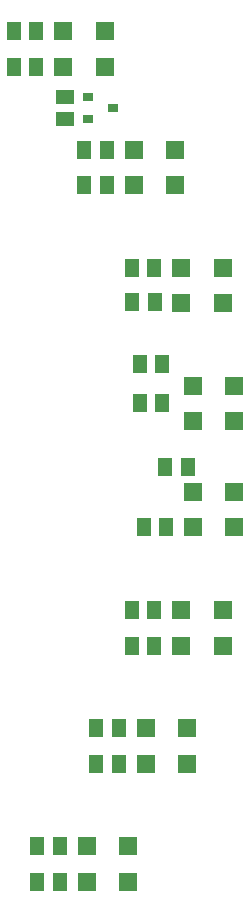
<source format=gbr>
G04 EAGLE Gerber RS-274X export*
G75*
%MOMM*%
%FSLAX34Y34*%
%LPD*%
%INSolderpaste Bottom*%
%IPPOS*%
%AMOC8*
5,1,8,0,0,1.08239X$1,22.5*%
G01*
%ADD10R,1.500000X1.500000*%
%ADD11R,1.300000X1.600000*%
%ADD12R,0.900000X0.800000*%
%ADD13R,1.600000X1.300000*%


D10*
X587500Y730000D03*
X552500Y730000D03*
D11*
X529500Y730000D03*
X510500Y730000D03*
D10*
X647500Y630000D03*
X612500Y630000D03*
D11*
X589500Y630000D03*
X570500Y630000D03*
D10*
X687500Y530000D03*
X652500Y530000D03*
D11*
X630036Y530704D03*
X611036Y530704D03*
D10*
X697500Y430000D03*
X662500Y430000D03*
D11*
X636452Y445240D03*
X617452Y445240D03*
D10*
X697500Y370000D03*
X662500Y370000D03*
D11*
X657788Y391336D03*
X638788Y391336D03*
D10*
X687500Y270000D03*
X652500Y270000D03*
D11*
X629500Y270000D03*
X610500Y270000D03*
D10*
X657500Y170000D03*
X622500Y170000D03*
D11*
X599500Y170000D03*
X580500Y170000D03*
D10*
X607500Y70000D03*
X572500Y70000D03*
D11*
X549500Y70000D03*
X530500Y70000D03*
D10*
X552500Y760000D03*
X587500Y760000D03*
D11*
X529500Y760000D03*
X510500Y760000D03*
D10*
X612500Y660000D03*
X647500Y660000D03*
D11*
X589500Y660000D03*
X570500Y660000D03*
D10*
X652500Y560000D03*
X687500Y560000D03*
D11*
X629500Y560000D03*
X610500Y560000D03*
D10*
X662500Y460000D03*
X697500Y460000D03*
D11*
X636452Y478288D03*
X617452Y478288D03*
D10*
X662500Y340000D03*
X697500Y340000D03*
D11*
X639500Y340000D03*
X620500Y340000D03*
D10*
X652500Y240000D03*
X687500Y240000D03*
D11*
X629500Y240000D03*
X610500Y240000D03*
D10*
X622500Y140000D03*
X657500Y140000D03*
D11*
X599500Y140000D03*
X580500Y140000D03*
D10*
X572500Y40000D03*
X607500Y40000D03*
D11*
X549500Y40000D03*
X530500Y40000D03*
D12*
X573800Y685796D03*
X573800Y704796D03*
X594800Y695296D03*
D13*
X554244Y704796D03*
X554244Y685796D03*
M02*

</source>
